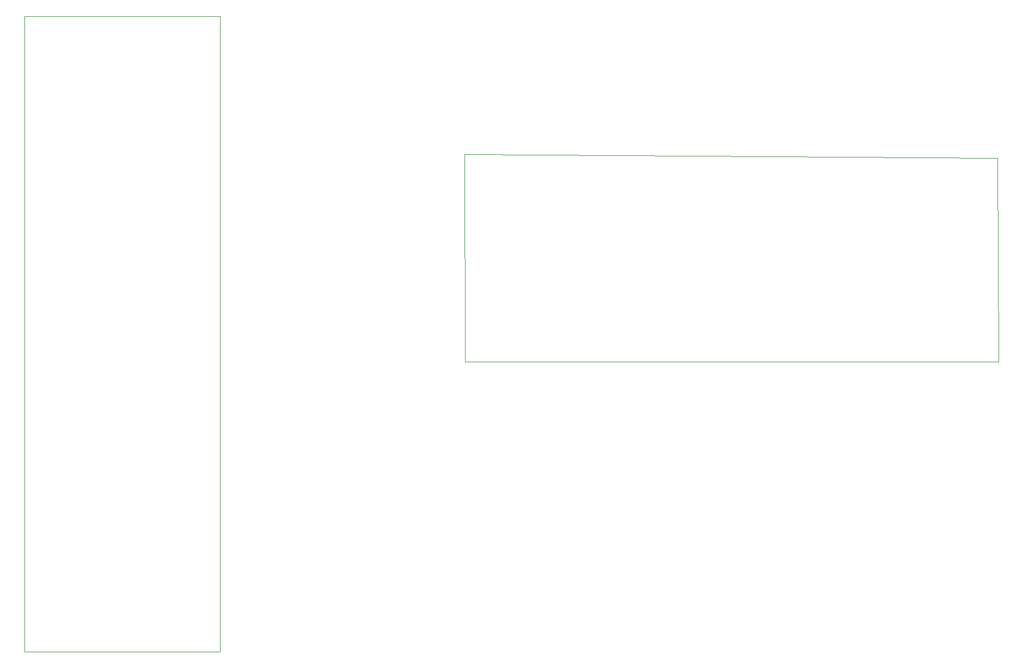
<source format=gbr>
%TF.GenerationSoftware,KiCad,Pcbnew,7.0.5*%
%TF.CreationDate,2024-01-16T13:08:26+02:00*%
%TF.ProjectId,Ex04-Chapter06,45783034-2d43-4686-9170-74657230362e,rev?*%
%TF.SameCoordinates,Original*%
%TF.FileFunction,Profile,NP*%
%FSLAX46Y46*%
G04 Gerber Fmt 4.6, Leading zero omitted, Abs format (unit mm)*
G04 Created by KiCad (PCBNEW 7.0.5) date 2024-01-16 13:08:26*
%MOMM*%
%LPD*%
G01*
G04 APERTURE LIST*
%TA.AperFunction,Profile*%
%ADD10C,0.100000*%
%TD*%
G04 APERTURE END LIST*
D10*
X193028762Y-64666377D02*
X193073974Y-97020473D01*
X276199323Y-97020473D02*
X276060549Y-65241333D01*
X193073974Y-97020473D02*
X276199323Y-97020473D01*
X276060549Y-65241333D02*
X193028762Y-64666377D01*
X124460000Y-142240000D02*
X124460000Y-43180000D01*
X154940000Y-43180000D02*
X154940000Y-142240000D01*
X154940000Y-142240000D02*
X124460000Y-142240000D01*
X124460000Y-43180000D02*
X154940000Y-43180000D01*
M02*

</source>
